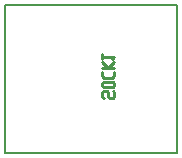
<source format=gbr>
G04 start of page 10 for group -4078 idx -4078 *
G04 Title: (unknown), bottomsilk *
G04 Creator: pcb 20140316 *
G04 CreationDate: Fri Aug 26 09:03:46 2016 UTC *
G04 For: clemi *
G04 Format: Gerber/RS-274X *
G04 PCB-Dimensions (mil): 6000.00 5000.00 *
G04 PCB-Coordinate-Origin: lower left *
%MOIN*%
%FSLAX25Y25*%
%LNBOTTOMSILK*%
%ADD138C,0.0100*%
%ADD137C,0.0059*%
G54D137*X508760Y148425D02*X566043D01*
X508760Y198031D02*X566043D01*
X508760D02*Y148425D01*
X566043Y198031D02*Y148425D01*
G54D138*X545049Y168708D02*X544554Y169203D01*
X545049Y167223D02*Y168708D01*
X544554Y166728D02*X545049Y167223D01*
X543564Y166728D02*X544554D01*
X543564D02*X543069Y167223D01*
Y168708D01*
X542574Y169203D01*
X541584D02*X542574D01*
X541089Y168708D02*X541584Y169203D01*
X541089Y167223D02*Y168708D01*
X541584Y166728D02*X541089Y167223D01*
X541584Y170391D02*X544554D01*
X545049Y170886D01*
Y171876D01*
X544554Y172371D01*
X541584D02*X544554D01*
X541089Y171876D02*X541584Y172371D01*
X541089Y170886D02*Y171876D01*
X541584Y170391D02*X541089Y170886D01*
Y174252D02*Y175539D01*
X541782Y173559D02*X541089Y174252D01*
X541782Y173559D02*X544356D01*
X545049Y174252D01*
Y175539D01*
X541089Y176727D02*X545049D01*
X543069D02*X545049Y178707D01*
X543069Y176727D02*X541089Y178707D01*
X544257Y179895D02*X545049Y180687D01*
X541089D02*X545049D01*
X541089Y179895D02*Y181380D01*
M02*

</source>
